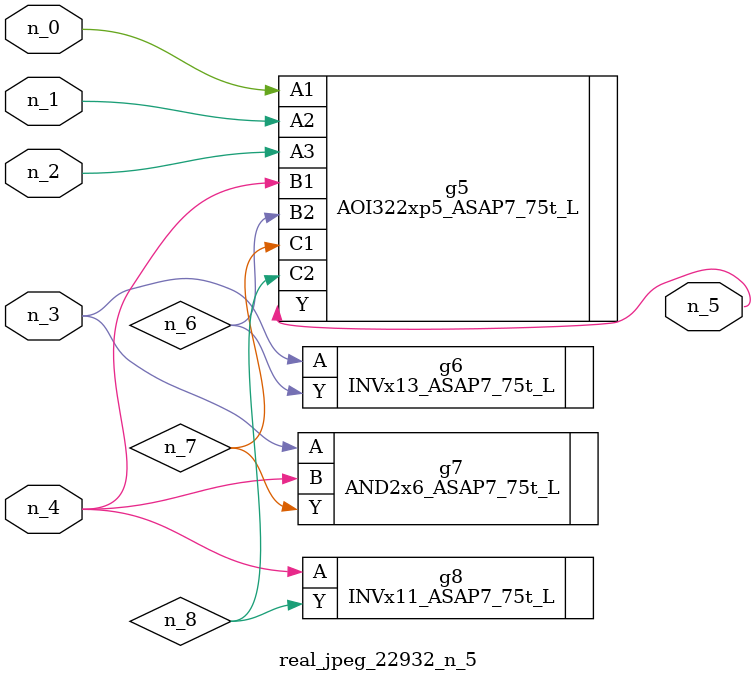
<source format=v>
module real_jpeg_22932_n_5 (n_4, n_0, n_1, n_2, n_3, n_5);

input n_4;
input n_0;
input n_1;
input n_2;
input n_3;

output n_5;

wire n_8;
wire n_6;
wire n_7;

AOI322xp5_ASAP7_75t_L g5 ( 
.A1(n_0),
.A2(n_1),
.A3(n_2),
.B1(n_4),
.B2(n_6),
.C1(n_7),
.C2(n_8),
.Y(n_5)
);

INVx13_ASAP7_75t_L g6 ( 
.A(n_3),
.Y(n_6)
);

AND2x6_ASAP7_75t_L g7 ( 
.A(n_3),
.B(n_4),
.Y(n_7)
);

INVx11_ASAP7_75t_L g8 ( 
.A(n_4),
.Y(n_8)
);


endmodule
</source>
